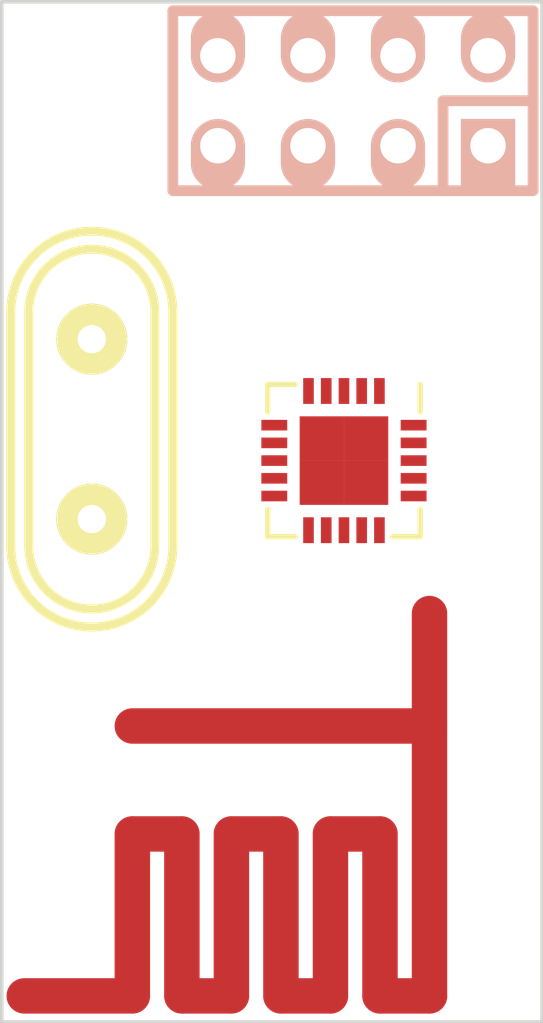
<source format=kicad_pcb>
(kicad_pcb (version 4) (host pcbnew 0.201507280910+6003~25~ubuntu14.04.1-product)

  (general
    (links 0)
    (no_connects 0)
    (area 119.583999 74.498999 134.924001 103.402601)
    (thickness 1.6)
    (drawings 4)
    (tracks 16)
    (zones 0)
    (modules 3)
    (nets 1)
  )

  (page A4)
  (layers
    (0 F.Cu signal)
    (31 B.Cu signal)
    (32 B.Adhes user)
    (33 F.Adhes user)
    (34 B.Paste user)
    (35 F.Paste user)
    (36 B.SilkS user)
    (37 F.SilkS user)
    (38 B.Mask user)
    (39 F.Mask user)
    (40 Dwgs.User user)
    (41 Cmts.User user)
    (42 Eco1.User user)
    (43 Eco2.User user)
    (44 Edge.Cuts user)
    (45 Margin user)
    (46 B.CrtYd user)
    (47 F.CrtYd user)
    (48 B.Fab user)
    (49 F.Fab user)
  )

  (setup
    (last_trace_width 0.25)
    (trace_clearance 0.2)
    (zone_clearance 0.508)
    (zone_45_only no)
    (trace_min 0.2)
    (segment_width 0.2)
    (edge_width 0.1)
    (via_size 0.6)
    (via_drill 0.4)
    (via_min_size 0.4)
    (via_min_drill 0.3)
    (uvia_size 0.3)
    (uvia_drill 0.1)
    (uvias_allowed no)
    (uvia_min_size 0.2)
    (uvia_min_drill 0.1)
    (pcb_text_width 0.3)
    (pcb_text_size 1.5 1.5)
    (mod_edge_width 0.15)
    (mod_text_size 1 1)
    (mod_text_width 0.15)
    (pad_size 1.5 1.5)
    (pad_drill 0.6)
    (pad_to_mask_clearance 0)
    (aux_axis_origin 0 0)
    (visible_elements FFFFFFFF)
    (pcbplotparams
      (layerselection 0x00030_80000001)
      (usegerberextensions false)
      (excludeedgelayer true)
      (linewidth 0.100000)
      (plotframeref false)
      (viasonmask false)
      (mode 1)
      (useauxorigin false)
      (hpglpennumber 1)
      (hpglpenspeed 20)
      (hpglpendiameter 15)
      (hpglpenoverlay 2)
      (psnegative false)
      (psa4output false)
      (plotreference true)
      (plotvalue true)
      (plotinvisibletext false)
      (padsonsilk false)
      (subtractmaskfromsilk false)
      (outputformat 1)
      (mirror false)
      (drillshape 1)
      (scaleselection 1)
      (outputdirectory ""))
  )

  (net 0 "")

  (net_class Default "This is the default net class."
    (clearance 0.2)
    (trace_width 0.25)
    (via_dia 0.6)
    (via_drill 0.4)
    (uvia_dia 0.3)
    (uvia_drill 0.1)
  )

  (net_class Wide ""
    (clearance 0.2)
    (trace_width 1)
    (via_dia 0.6)
    (via_drill 0.4)
    (uvia_dia 0.3)
    (uvia_drill 0.1)
  )

  (module w_pin_strip:pin_strip_4x2 (layer B.Cu) (tedit 55AE2D6D) (tstamp 55B0B48D)
    (at 129.54 77.343 180)
    (descr "Pin strip 4x2pin")
    (tags "CONN DEV")
    (fp_text reference PIN_STRIP_4x2 (at 1.016 -0.254 180) (layer B.SilkS) hide
      (effects (font (size 1.016 1.016) (thickness 0.2032)) (justify mirror))
    )
    (fp_text value Val** (at 0.889 -0.635 180) (layer B.SilkS) hide
      (effects (font (size 1.016 0.889) (thickness 0.2032)) (justify mirror))
    )
    (fp_line (start -5.08 2.54) (end 5.08 2.54) (layer B.SilkS) (width 0.3048))
    (fp_line (start 5.08 2.54) (end 5.08 -2.54) (layer B.SilkS) (width 0.3048))
    (fp_line (start 5.08 -2.54) (end -5.08 -2.54) (layer B.SilkS) (width 0.3048))
    (fp_line (start -5.08 0) (end -2.54 0) (layer B.SilkS) (width 0.3048))
    (fp_line (start -2.54 0) (end -2.54 -2.54) (layer B.SilkS) (width 0.3048))
    (fp_line (start -5.08 2.54) (end -5.08 -2.54) (layer B.SilkS) (width 0.3048))
    (pad 1 thru_hole rect (at -3.81 -1.27 180) (size 1.524 1.99898) (drill 1.00076 (offset 0 -0.24892)) (layers *.Cu *.Mask B.SilkS))
    (pad 2 thru_hole oval (at -3.81 1.27 180) (size 1.524 1.99898) (drill 1.00076 (offset 0 0.24892)) (layers *.Cu *.Mask B.SilkS))
    (pad 3 thru_hole oval (at -1.27 -1.27 180) (size 1.524 1.99898) (drill 1.00076 (offset 0 -0.24892)) (layers *.Cu *.Mask B.SilkS))
    (pad 4 thru_hole oval (at -1.27 1.27 180) (size 1.524 1.99898) (drill 1.00076 (offset 0 0.24892)) (layers *.Cu *.Mask B.SilkS))
    (pad 5 thru_hole oval (at 1.27 -1.27 180) (size 1.524 1.99898) (drill 1.00076 (offset 0 -0.24892)) (layers *.Cu *.Mask B.SilkS))
    (pad 6 thru_hole oval (at 1.27 1.27 180) (size 1.524 1.99898) (drill 1.00076 (offset 0 0.24892)) (layers *.Cu *.Mask B.SilkS))
    (pad 7 thru_hole oval (at 3.81 -1.27 180) (size 1.524 1.99898) (drill 1.00076 (offset 0 -0.24892)) (layers *.Cu *.Mask B.SilkS))
    (pad 8 thru_hole oval (at 3.81 1.27 180) (size 1.524 1.99898) (drill 1.00076 (offset 0 0.24892)) (layers *.Cu *.Mask B.SilkS))
    (model walter/pin_strip/pin_strip_4x2.wrl
      (at (xyz 0 0 0))
      (scale (xyz 1 1 1))
      (rotate (xyz 0 0 0))
    )
  )

  (module w_crystal:crystal_hc-49s (layer F.Cu) (tedit 55AE2E89) (tstamp 55B46613)
    (at 122.174 86.614 90)
    (descr "Crystal, HC-49S")
    (tags QUARTZ)
    (autoplace_cost180 10)
    (fp_text reference HC-49S (at 0.508 3.175 90) (layer F.SilkS) hide
      (effects (font (size 1.143 1.27) (thickness 0.1524)))
    )
    (fp_text value X*** (at 0 3.302 90) (layer F.SilkS) hide
      (effects (font (size 1.143 1.27) (thickness 0.1524)))
    )
    (fp_arc (start 3.302 0) (end 3.302 -2.286) (angle 90) (layer F.SilkS) (width 0.254))
    (fp_line (start -3.302 1.778) (end 3.302 1.778) (layer F.SilkS) (width 0.254))
    (fp_line (start 3.302 -1.778) (end -3.302 -1.778) (layer F.SilkS) (width 0.254))
    (fp_arc (start 3.302 0) (end 5.08 0) (angle 90) (layer F.SilkS) (width 0.254))
    (fp_arc (start 3.302 0) (end 3.302 -1.778) (angle 90) (layer F.SilkS) (width 0.254))
    (fp_arc (start -3.302 0) (end -3.302 1.778) (angle 90) (layer F.SilkS) (width 0.254))
    (fp_arc (start -3.302 0) (end -5.08 0) (angle 90) (layer F.SilkS) (width 0.254))
    (fp_arc (start 3.302 0) (end 5.588 0) (angle 90) (layer F.SilkS) (width 0.254))
    (fp_line (start 3.302 2.286) (end -3.302 2.286) (layer F.SilkS) (width 0.254))
    (fp_line (start -3.302 -2.286) (end 3.302 -2.286) (layer F.SilkS) (width 0.254))
    (fp_arc (start -3.302 0) (end -3.302 2.286) (angle 90) (layer F.SilkS) (width 0.254))
    (fp_arc (start -3.302 0) (end -5.588 0) (angle 90) (layer F.SilkS) (width 0.254))
    (pad 1 thru_hole circle (at -2.54 0 90) (size 1.99898 1.99898) (drill 0.8001) (layers *.Cu *.Mask F.SilkS))
    (pad 2 thru_hole circle (at 2.54 0 90) (size 1.99898 1.99898) (drill 0.8001) (layers *.Cu *.Mask F.SilkS))
    (model walter/crystal/crystal_hc-49s.wrl
      (at (xyz 0 0 0))
      (scale (xyz 1 1 1))
      (rotate (xyz 0 0 0))
    )
  )

  (module Housings_DFN_QFN:QFN-20-1EP_4x4mm_Pitch0.5mm (layer F.Cu) (tedit 55B936C8) (tstamp 55B58D4E)
    (at 129.286 87.503 270)
    (descr "20-Lead Plastic Quad Flat, No Lead Package (ML) - 4x4x0.9 mm Body [QFN]; (see Microchip Packaging Specification 00000049BS.pdf)")
    (tags "QFN 0.5")
    (attr smd)
    (fp_text reference REF** (at 0 -3.33 270) (layer F.SilkS) hide
      (effects (font (size 1 1) (thickness 0.15)))
    )
    (fp_text value QFN-20-1EP_4x4mm_Pitch0.5mm (at 0.889 2.032 450) (layer F.Fab) hide
      (effects (font (size 1 1) (thickness 0.15)))
    )
    (fp_line (start -2.6 -2.6) (end -2.6 2.6) (layer F.CrtYd) (width 0.05))
    (fp_line (start 2.6 -2.6) (end 2.6 2.6) (layer F.CrtYd) (width 0.05))
    (fp_line (start -2.6 -2.6) (end 2.6 -2.6) (layer F.CrtYd) (width 0.05))
    (fp_line (start -2.6 2.6) (end 2.6 2.6) (layer F.CrtYd) (width 0.05))
    (fp_line (start 2.15 -2.15) (end 2.15 -1.375) (layer F.SilkS) (width 0.15))
    (fp_line (start -2.15 2.15) (end -2.15 1.375) (layer F.SilkS) (width 0.15))
    (fp_line (start 2.15 2.15) (end 2.15 1.375) (layer F.SilkS) (width 0.15))
    (fp_line (start -2.15 -2.15) (end -1.375 -2.15) (layer F.SilkS) (width 0.15))
    (fp_line (start -2.15 2.15) (end -1.375 2.15) (layer F.SilkS) (width 0.15))
    (fp_line (start 2.15 2.15) (end 1.375 2.15) (layer F.SilkS) (width 0.15))
    (fp_line (start 2.15 -2.15) (end 1.375 -2.15) (layer F.SilkS) (width 0.15))
    (pad 1 smd rect (at -1.965 -1 270) (size 0.73 0.3) (layers F.Cu F.Paste F.Mask))
    (pad 2 smd rect (at -1.965 -0.5 270) (size 0.73 0.3) (layers F.Cu F.Paste F.Mask))
    (pad 3 smd rect (at -1.965 0 270) (size 0.73 0.3) (layers F.Cu F.Paste F.Mask))
    (pad 4 smd rect (at -1.965 0.5 270) (size 0.73 0.3) (layers F.Cu F.Paste F.Mask))
    (pad 5 smd rect (at -1.965 1 270) (size 0.73 0.3) (layers F.Cu F.Paste F.Mask))
    (pad 6 smd rect (at -1 1.965) (size 0.73 0.3) (layers F.Cu F.Paste F.Mask))
    (pad 7 smd rect (at -0.5 1.965) (size 0.73 0.3) (layers F.Cu F.Paste F.Mask))
    (pad 8 smd rect (at 0 1.965) (size 0.73 0.3) (layers F.Cu F.Paste F.Mask))
    (pad 9 smd rect (at 0.5 1.965) (size 0.73 0.3) (layers F.Cu F.Paste F.Mask))
    (pad 10 smd rect (at 1 1.965) (size 0.73 0.3) (layers F.Cu F.Paste F.Mask))
    (pad 11 smd rect (at 1.965 1 270) (size 0.73 0.3) (layers F.Cu F.Paste F.Mask))
    (pad 12 smd rect (at 1.965 0.5 270) (size 0.73 0.3) (layers F.Cu F.Paste F.Mask))
    (pad 13 smd rect (at 1.965 0 270) (size 0.73 0.3) (layers F.Cu F.Paste F.Mask))
    (pad 14 smd rect (at 1.965 -0.5 270) (size 0.73 0.3) (layers F.Cu F.Paste F.Mask))
    (pad 15 smd rect (at 1.965 -1 270) (size 0.73 0.3) (layers F.Cu F.Paste F.Mask))
    (pad 16 smd rect (at 1 -1.965) (size 0.73 0.3) (layers F.Cu F.Paste F.Mask))
    (pad 17 smd rect (at 0.5 -1.965) (size 0.73 0.3) (layers F.Cu F.Paste F.Mask))
    (pad 18 smd rect (at 0 -1.965) (size 0.73 0.3) (layers F.Cu F.Paste F.Mask))
    (pad 19 smd rect (at -0.5 -1.965) (size 0.73 0.3) (layers F.Cu F.Paste F.Mask))
    (pad 20 smd rect (at -1 -1.965) (size 0.73 0.3) (layers F.Cu F.Paste F.Mask))
    (pad 21 smd rect (at 0.625 0.625 270) (size 1.25 1.25) (layers F.Cu F.Paste F.Mask)
      (solder_paste_margin_ratio -0.2))
    (pad 21 smd rect (at 0.625 -0.625 270) (size 1.25 1.25) (layers F.Cu F.Paste F.Mask)
      (solder_paste_margin_ratio -0.2))
    (pad 21 smd rect (at -0.625 0.625 270) (size 1.25 1.25) (layers F.Cu F.Paste F.Mask)
      (solder_paste_margin_ratio -0.2))
    (pad 21 smd rect (at -0.625 -0.625 270) (size 1.25 1.25) (layers F.Cu F.Paste F.Mask)
      (solder_paste_margin_ratio -0.2))
    (model Housings_DFN_QFN.3dshapes/QFN-20-1EP_4x4mm_Pitch0.5mm.wrl
      (at (xyz 0 0 0))
      (scale (xyz 1 1 1))
      (rotate (xyz 0 0 0))
    )
  )

  (gr_line (start 119.634 103.3526) (end 119.634 74.549) (angle 90) (layer Edge.Cuts) (width 0.1))
  (gr_line (start 134.874 103.3526) (end 119.634 103.3526) (angle 90) (layer Edge.Cuts) (width 0.1))
  (gr_line (start 134.874 74.549) (end 134.874 103.3526) (angle 90) (layer Edge.Cuts) (width 0.1))
  (gr_line (start 119.634 74.549) (end 134.874 74.549) (angle 90) (layer Edge.Cuts) (width 0.1))

  (segment (start 131.699 94.996) (end 123.317 94.996) (width 1) (layer F.Cu) (net 0) (status 40000))
  (segment (start 131.699 102.616) (end 131.699 94.996) (width 1) (layer F.Cu) (net 0) (status 40000))
  (segment (start 131.699 94.996) (end 131.699 91.821) (width 1) (layer F.Cu) (net 0) (tstamp 55B58E70) (status 40000))
  (segment (start 130.302 102.616) (end 131.699 102.616) (width 1) (layer F.Cu) (net 0) (status 40000))
  (segment (start 130.302 98.044) (end 130.302 102.616) (width 1) (layer F.Cu) (net 0) (status 40000))
  (segment (start 128.905 98.044) (end 130.302 98.044) (width 1) (layer F.Cu) (net 0) (status 40000))
  (segment (start 128.905 102.616) (end 128.905 98.044) (width 1) (layer F.Cu) (net 0) (status 40000))
  (segment (start 127.508 102.616) (end 128.905 102.616) (width 1) (layer F.Cu) (net 0) (status 40000))
  (segment (start 127.508 98.044) (end 127.508 102.616) (width 1) (layer F.Cu) (net 0) (status 40000))
  (segment (start 126.111 98.044) (end 127.508 98.044) (width 1) (layer F.Cu) (net 0) (status 40000))
  (segment (start 126.111 102.616) (end 126.111 98.044) (width 1) (layer F.Cu) (net 0) (status 40000))
  (segment (start 124.714 102.616) (end 126.111 102.616) (width 1) (layer F.Cu) (net 0) (status 40000))
  (segment (start 124.714 98.044) (end 124.714 102.616) (width 1) (layer F.Cu) (net 0) (status 40000))
  (segment (start 123.317 98.044) (end 124.714 98.044) (width 1) (layer F.Cu) (net 0) (status 40000))
  (segment (start 123.317 102.616) (end 123.317 98.044) (width 1) (layer F.Cu) (net 0) (status 40000))
  (segment (start 120.269 102.616) (end 123.317 102.616) (width 1) (layer F.Cu) (net 0) (status 40000))

  (zone (net 0) (net_name "") (layer F.Mask) (tstamp 55B58E81) (hatch edge 0.508)
    (connect_pads (clearance 0.508))
    (min_thickness 0.254)
    (fill yes (arc_segments 16) (thermal_gap 0.508) (thermal_bridge_width 0.508))
    (polygon
      (pts
        (xy 132.461 91.186) (xy 130.937 91.186) (xy 130.937 94.361) (xy 122.555 94.361) (xy 122.555 96.012)
        (xy 130.81 95.885) (xy 130.81 97.282) (xy 122.682 97.536) (xy 122.682 101.854) (xy 119.761 101.981)
        (xy 119.761 103.251) (xy 132.588 103.124) (xy 132.461 91.186)
      )
    )
    (filled_polygon
      (pts
        (xy 132.459655 102.998264) (xy 119.888 103.122736) (xy 119.888 102.102598) (xy 122.687517 101.98088) (xy 122.708952 101.975638)
        (xy 122.730601 101.971333) (xy 122.73293 101.969776) (xy 122.735652 101.969111) (xy 122.753448 101.956066) (xy 122.771803 101.943803)
        (xy 122.77336 101.941472) (xy 122.775619 101.939817) (xy 122.787071 101.920951) (xy 122.799333 101.902601) (xy 122.799879 101.899854)
        (xy 122.801334 101.897458) (xy 122.804697 101.87563) (xy 122.809 101.854) (xy 122.809 97.659093) (xy 130.813967 97.408938)
        (xy 130.836211 97.403786) (xy 130.858601 97.399333) (xy 130.860277 97.398213) (xy 130.862242 97.397758) (xy 130.880818 97.384488)
        (xy 130.899803 97.371803) (xy 130.900923 97.370125) (xy 130.902564 97.368954) (xy 130.914646 97.349587) (xy 130.927333 97.330601)
        (xy 130.927726 97.328623) (xy 130.928794 97.326912) (xy 130.932546 97.304389) (xy 130.937 97.282) (xy 130.937 95.885)
        (xy 130.936805 95.884024) (xy 130.936985 95.883046) (xy 130.931976 95.859743) (xy 130.927333 95.836399) (xy 130.926781 95.835573)
        (xy 130.926572 95.8346) (xy 130.913027 95.814988) (xy 130.899803 95.795197) (xy 130.898976 95.794644) (xy 130.898411 95.793826)
        (xy 130.878398 95.780894) (xy 130.858601 95.767667) (xy 130.857625 95.767473) (xy 130.85679 95.766933) (xy 130.833349 95.762644)
        (xy 130.81 95.758) (xy 130.809024 95.758193) (xy 130.808047 95.758015) (xy 122.682 95.883031) (xy 122.682 94.488)
        (xy 130.937 94.488) (xy 130.985601 94.478333) (xy 131.026803 94.450803) (xy 131.054333 94.409601) (xy 131.064 94.361)
        (xy 131.064 91.313) (xy 132.335343 91.313) (xy 132.459655 102.998264)
      )
    )
  )
)

</source>
